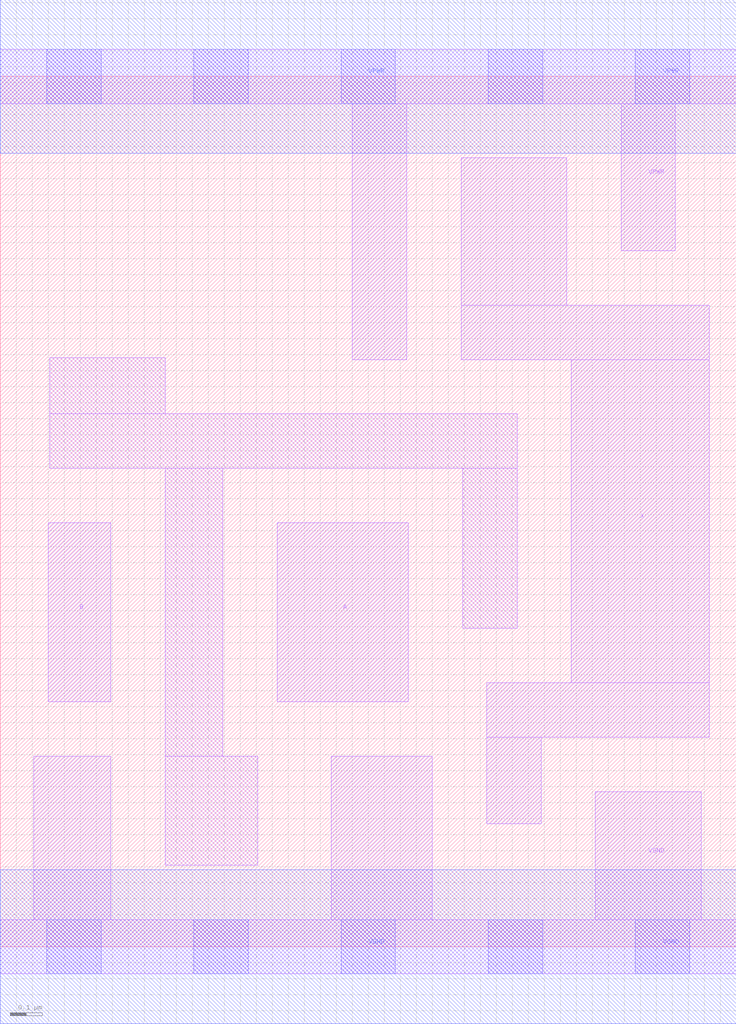
<source format=lef>
# Copyright 2020 The SkyWater PDK Authors
#
# Licensed under the Apache License, Version 2.0 (the "License");
# you may not use this file except in compliance with the License.
# You may obtain a copy of the License at
#
#     https://www.apache.org/licenses/LICENSE-2.0
#
# Unless required by applicable law or agreed to in writing, software
# distributed under the License is distributed on an "AS IS" BASIS,
# WITHOUT WARRANTIES OR CONDITIONS OF ANY KIND, either express or implied.
# See the License for the specific language governing permissions and
# limitations under the License.
#
# SPDX-License-Identifier: Apache-2.0

VERSION 5.7 ;
  NAMESCASESENSITIVE ON ;
  NOWIREEXTENSIONATPIN ON ;
  DIVIDERCHAR "/" ;
  BUSBITCHARS "[]" ;
UNITS
  DATABASE MICRONS 200 ;
END UNITS
MACRO sky130_fd_sc_hd__or2_2
  CLASS CORE ;
  SOURCE USER ;
  FOREIGN sky130_fd_sc_hd__or2_2 ;
  ORIGIN  0.000000  0.000000 ;
  SIZE  2.300000 BY  2.720000 ;
  SYMMETRY X Y R90 ;
  SITE unithd ;
  PIN A
    ANTENNAGATEAREA  0.126000 ;
    DIRECTION INPUT ;
    USE SIGNAL ;
    PORT
      LAYER li1 ;
        RECT 0.865000 0.765000 1.275000 1.325000 ;
    END
  END A
  PIN B
    ANTENNAGATEAREA  0.126000 ;
    DIRECTION INPUT ;
    USE SIGNAL ;
    PORT
      LAYER li1 ;
        RECT 0.150000 0.765000 0.345000 1.325000 ;
    END
  END B
  PIN X
    ANTENNADIFFAREA  0.445500 ;
    DIRECTION OUTPUT ;
    USE SIGNAL ;
    PORT
      LAYER li1 ;
        RECT 1.440000 1.835000 2.215000 2.005000 ;
        RECT 1.440000 2.005000 1.770000 2.465000 ;
        RECT 1.520000 0.385000 1.690000 0.655000 ;
        RECT 1.520000 0.655000 2.215000 0.825000 ;
        RECT 1.785000 0.825000 2.215000 1.835000 ;
    END
  END X
  PIN VGND
    DIRECTION INOUT ;
    SHAPE ABUTMENT ;
    USE GROUND ;
    PORT
      LAYER li1 ;
        RECT 0.000000 -0.085000 2.300000 0.085000 ;
        RECT 0.105000  0.085000 0.345000 0.595000 ;
        RECT 1.035000  0.085000 1.350000 0.595000 ;
        RECT 1.860000  0.085000 2.190000 0.485000 ;
      LAYER mcon ;
        RECT 0.145000 -0.085000 0.315000 0.085000 ;
        RECT 0.605000 -0.085000 0.775000 0.085000 ;
        RECT 1.065000 -0.085000 1.235000 0.085000 ;
        RECT 1.525000 -0.085000 1.695000 0.085000 ;
        RECT 1.985000 -0.085000 2.155000 0.085000 ;
      LAYER met1 ;
        RECT 0.000000 -0.240000 2.300000 0.240000 ;
    END
  END VGND
  PIN VPWR
    DIRECTION INOUT ;
    SHAPE ABUTMENT ;
    USE POWER ;
    PORT
      LAYER li1 ;
        RECT 0.000000 2.635000 2.300000 2.805000 ;
        RECT 1.100000 1.835000 1.270000 2.635000 ;
        RECT 1.940000 2.175000 2.110000 2.635000 ;
      LAYER mcon ;
        RECT 0.145000 2.635000 0.315000 2.805000 ;
        RECT 0.605000 2.635000 0.775000 2.805000 ;
        RECT 1.065000 2.635000 1.235000 2.805000 ;
        RECT 1.525000 2.635000 1.695000 2.805000 ;
        RECT 1.985000 2.635000 2.155000 2.805000 ;
      LAYER met1 ;
        RECT 0.000000 2.480000 2.300000 2.960000 ;
    END
  END VPWR
  OBS
    LAYER li1 ;
      RECT 0.155000 1.495000 1.615000 1.665000 ;
      RECT 0.155000 1.665000 0.515000 1.840000 ;
      RECT 0.515000 0.255000 0.805000 0.595000 ;
      RECT 0.515000 0.595000 0.695000 1.495000 ;
      RECT 1.445000 0.995000 1.615000 1.495000 ;
  END
END sky130_fd_sc_hd__or2_2
END LIBRARY

</source>
